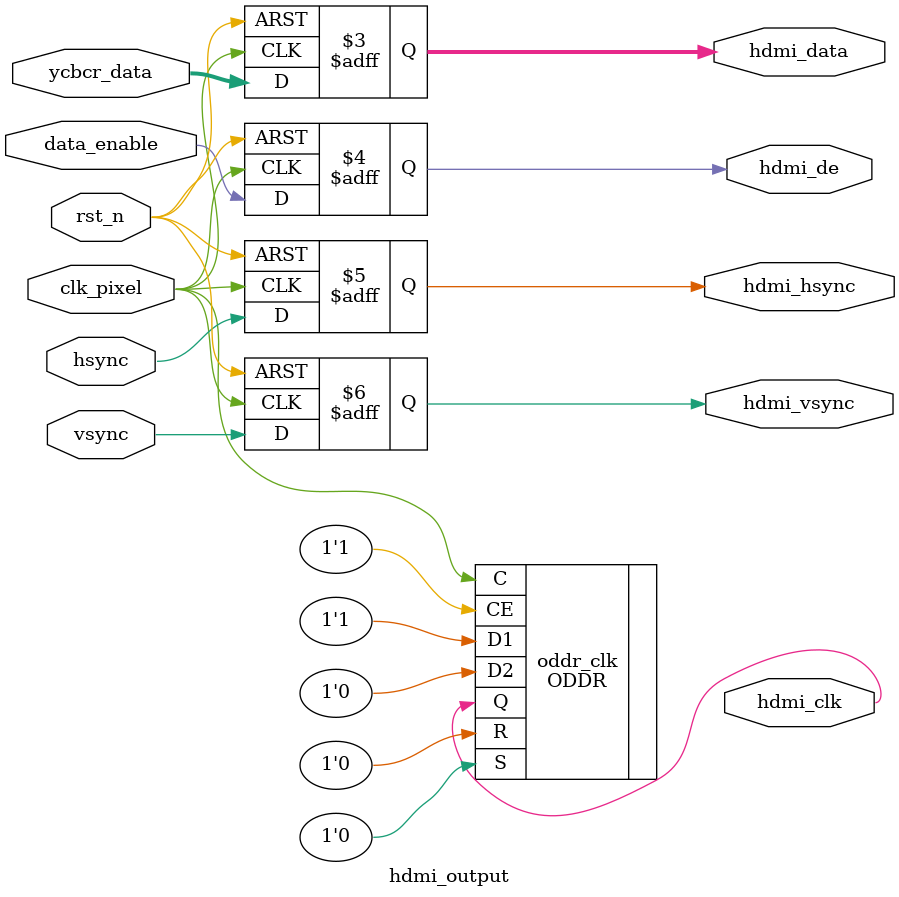
<source format=sv>

module hdmi_output (
    input  wire        clk_pixel,
    input  wire        rst_n,

    // Video input (from color converter)
    input  wire [15:0] ycbcr_data,      // YCbCr 4:2:2 data
    input  wire        data_enable,
    input  wire        hsync,
    input  wire        vsync,

    // HDMI output pins
    output wire        hdmi_clk,        // Pixel clock to ADV7511
    output reg  [15:0] hdmi_data,       // 16-bit video data
    output reg         hdmi_de,         // Data enable
    output reg         hdmi_hsync,      // Horizontal sync
    output reg         hdmi_vsync       // Vertical sync
);

    //-------------------------------------------------------------------------
    // Output clock generation using ODDR
    // This ensures clean clock output with proper timing
    //-------------------------------------------------------------------------
    ODDR #(
        .DDR_CLK_EDGE ("OPPOSITE_EDGE"),
        .INIT         (1'b0),
        .SRTYPE       ("SYNC")
    ) oddr_clk (
        .Q  (hdmi_clk),
        .C  (clk_pixel),
        .CE (1'b1),
        .D1 (1'b1),
        .D2 (1'b0),
        .R  (1'b0),
        .S  (1'b0)
    );

    //-------------------------------------------------------------------------
    // Register all outputs for timing closure
    // ADV7511 samples on rising edge of hdmi_clk
    //-------------------------------------------------------------------------
    always_ff @(posedge clk_pixel or negedge rst_n) begin
        if (!rst_n) begin
            hdmi_data <= 16'd0;
            hdmi_de <= 1'b0;
            hdmi_hsync <= 1'b0;
            hdmi_vsync <= 1'b0;
        end else begin
            hdmi_data <= ycbcr_data;
            hdmi_de <= data_enable;
            hdmi_hsync <= hsync;
            hdmi_vsync <= vsync;
        end
    end

endmodule

</source>
